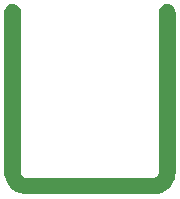
<source format=gbr>
%TF.GenerationSoftware,Altium Limited,Altium Designer,20.2.6 (244)*%
G04 Layer_Color=0*
%FSLAX45Y45*%
%MOMM*%
%TF.SameCoordinates,5F830152-65C5-4415-BC49-C393C33858C2*%
%TF.FilePolarity,Positive*%
%TF.FileFunction,NonPlated,1,2,NPTH,Drill*%
%TF.Part,Single*%
G01*
G75*
G36*
X7919899Y680244D02*
X7919698Y681893D01*
X7919353Y685197D01*
X7919066Y688507D01*
X7918836Y691822D01*
X7918750Y693481D01*
D01*
X7918685Y694731D01*
X7918588Y697233D01*
X7918523Y699736D01*
X7918491Y702239D01*
X7918491Y703491D01*
D01*
Y2053491D01*
Y2053938D01*
X7918502Y2054832D01*
X7918525Y2055725D01*
X7918558Y2056618D01*
X7918581Y2057064D01*
X7918581Y2057065D01*
X7919213Y2069399D01*
X7928840Y2092146D01*
X7945669Y2110227D01*
X7967669Y2121459D01*
X7979926Y2122972D01*
X7979926D01*
X7980533Y2123047D01*
X7981751Y2123174D01*
X7982970Y2123279D01*
X7984192Y2123364D01*
X7984803Y2123396D01*
X7985263Y2123420D01*
X7986185Y2123455D01*
X7987107Y2123479D01*
X7988030Y2123491D01*
X7988491Y2123491D01*
Y2123491D01*
X7988938Y2123491D01*
X7989831Y2123480D01*
X7990725Y2123457D01*
X7991618Y2123424D01*
X7992064Y2123401D01*
X8004399Y2122769D01*
X8027146Y2113142D01*
X8045227Y2096313D01*
X8056459Y2074313D01*
X8057972Y2062056D01*
D01*
X8058046Y2061449D01*
X8058173Y2060231D01*
X8058279Y2059012D01*
X8058364Y2057790D01*
X8058395Y2057179D01*
D01*
X8058419Y2056719D01*
X8058455Y2055797D01*
X8058479Y2054875D01*
X8058491Y2053952D01*
X8058491Y2053491D01*
X8058491Y2053491D01*
Y703491D01*
X8058492Y703162D01*
X8058501Y702503D01*
X8058518Y701844D01*
X8058543Y701186D01*
X8058559Y700857D01*
X8058559Y700857D01*
X8058559D01*
X8058584Y700420D01*
X8058644Y699548D01*
X8058719Y698677D01*
X8058810Y697808D01*
X8058861Y697374D01*
X8060681Y688844D01*
X8068581Y673369D01*
X8081300Y661531D01*
X8097301Y654759D01*
X8105938Y653555D01*
X8106257Y653540D01*
X8106895Y653516D01*
X8107533Y653500D01*
X8108172Y653492D01*
X8108491Y653491D01*
X8108491D01*
X9178491D01*
X9178820Y653492D01*
X9179479Y653501D01*
X9180138Y653518D01*
X9180796Y653543D01*
X9181125Y653559D01*
X9181562Y653584D01*
X9182434Y653644D01*
X9183305Y653720D01*
X9184174Y653810D01*
X9184609Y653862D01*
X9184609Y653862D01*
X9193138Y655681D01*
X9208613Y663582D01*
X9220451Y676300D01*
X9227223Y692301D01*
X9228427Y700939D01*
X9228442Y701257D01*
X9228466Y701895D01*
X9228482Y702534D01*
X9228490Y703172D01*
X9228491Y703491D01*
X9228491Y703491D01*
Y2053491D01*
X9228491Y2053938D01*
X9228502Y2054832D01*
X9228525Y2055725D01*
X9228558Y2056618D01*
X9228580Y2057064D01*
X9228581Y2057065D01*
X9229212Y2069399D01*
X9238840Y2092146D01*
X9255669Y2110227D01*
X9277669Y2121459D01*
X9289926Y2122972D01*
X9289926D01*
X9290534Y2123047D01*
X9291751Y2123174D01*
X9292970Y2123279D01*
X9294192Y2123364D01*
X9294803Y2123396D01*
X9294803D01*
X9295263Y2123420D01*
X9296185Y2123455D01*
X9297107Y2123479D01*
X9298030Y2123491D01*
X9298491Y2123491D01*
Y2123491D01*
X9298938Y2123491D01*
X9299832Y2123480D01*
X9300725Y2123457D01*
X9301618Y2123424D01*
X9302064Y2123401D01*
X9302065D01*
X9314399Y2122769D01*
X9337146Y2113142D01*
X9355227Y2096313D01*
X9366459Y2074313D01*
X9367972Y2062056D01*
D01*
X9368046Y2061449D01*
X9368173Y2060231D01*
X9368279Y2059012D01*
X9368364Y2057790D01*
X9368396Y2057179D01*
X9368419Y2056719D01*
X9368455Y2055797D01*
X9368479Y2054875D01*
X9368491Y2053952D01*
X9368491Y2053491D01*
X9368491Y2053491D01*
X9368491Y703491D01*
X9368491Y702278D01*
X9368461Y699852D01*
X9368400Y697427D01*
X9368308Y695003D01*
X9368248Y693791D01*
X9367397Y677180D01*
X9359949Y644759D01*
X9346984Y614124D01*
X9328893Y586207D01*
X9306229Y561856D01*
X9279679Y541813D01*
X9250051Y526687D01*
X9218246Y516937D01*
X9201738Y514899D01*
Y514899D01*
X9200089Y514698D01*
X9196785Y514353D01*
X9193475Y514066D01*
X9190160Y513836D01*
X9188501Y513750D01*
X9187251Y513686D01*
X9184749Y513588D01*
X9182246Y513523D01*
X9179743Y513491D01*
X9178491Y513491D01*
X9178491D01*
X8108491D01*
X8107278Y513491D01*
X8104852Y513521D01*
X8102427Y513582D01*
X8100003Y513674D01*
X8098791Y513734D01*
X8082180Y514585D01*
X8049759Y522033D01*
X8019124Y534998D01*
X7991207Y553089D01*
X7966856Y575753D01*
X7946813Y602303D01*
X7931687Y631931D01*
X7921937Y663736D01*
X7919899Y680244D01*
X7919899D01*
D02*
G37*
%TF.MD5,1ae4e2a992ace281f2870a382b284471*%
M02*

</source>
